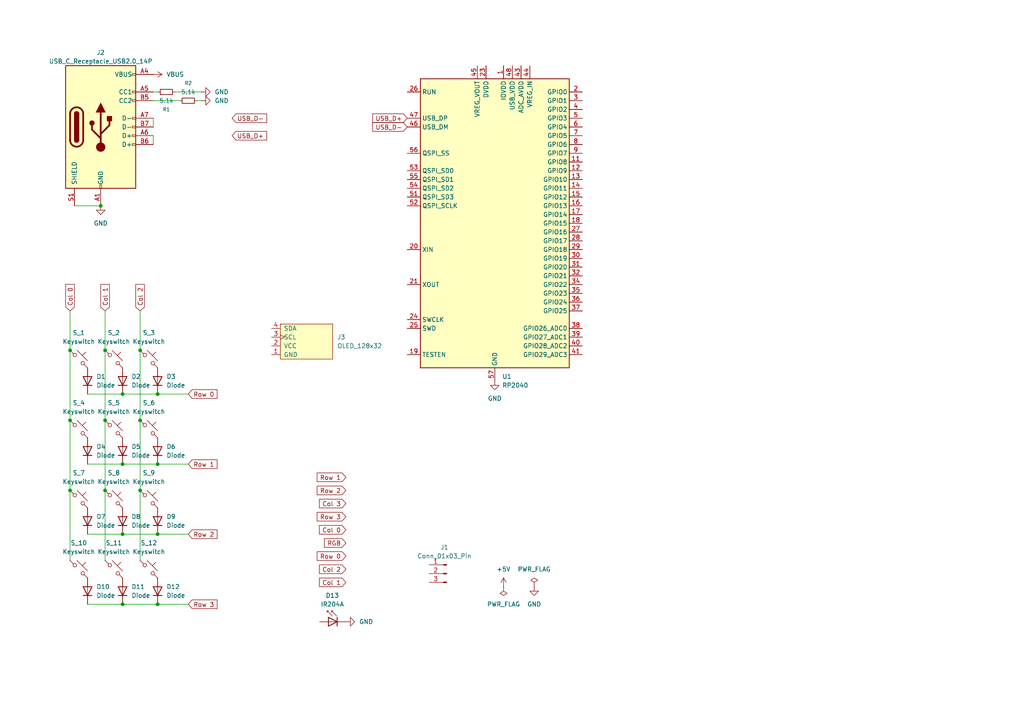
<source format=kicad_sch>
(kicad_sch (version 20250114) (generator "eeschema") (generator_version "9.0")
  (paper "A4")
  (lib_symbols
    (symbol "Connector:Conn_01x03_Pin" (pin_names (offset 1.016) (hide yes))
      (property "Reference" "J" (at 0 5.08 0))
      (property "Value" "Conn_01x03_Pin" (at 0 -5.08 0))
      (symbol "Conn_01x03_Pin_1_1"
        (rectangle (start 0.8636 2.667) (end 0 2.413) (stroke (width 0.1524)) (fill (type outline)))
        (rectangle (start 0.8636 0.127) (end 0 -0.127) (stroke (width 0.1524)) (fill (type outline)))
        (rectangle (start 0.8636 -2.413) (end 0 -2.667) (stroke (width 0.1524)) (fill (type outline)))
        (polyline (pts (xy 1.27 2.54) (xy 0.8636 2.54)) (stroke (width 0.1524)))
        (polyline (pts (xy 1.27 0) (xy 0.8636 0)) (stroke (width 0.1524)))
        (polyline (pts (xy 1.27 -2.54) (xy 0.8636 -2.54)) (stroke (width 0.1524)))
        (pin passive line (at 5.08 2.54 180) (length 3.81) (name "Pin_1") (number "1"))
        (pin passive line (at 5.08 0 180) (length 3.81) (name "Pin_2") (number "2"))
        (pin passive line (at 5.08 -2.54 180) (length 3.81) (name "Pin_3") (number "3"))
      )
    )
    (symbol "Connector:USB_C_Receptacle_USB2.0_14P" (pin_names (offset 1.016))
      (property "Reference" "J" (at 0 22.225 0))
      (property "Value" "USB_C_Receptacle_USB2.0_14P" (at 0 19.685 0))
      (symbol "USB_C_Receptacle_USB2.0_14P_0_0"
        (rectangle (start -0.254 -17.78) (end 0.254 -16.764))
        (rectangle (start 10.16 15.494) (end 9.144 14.986))
        (rectangle (start 10.16 10.414) (end 9.144 9.906))
        (rectangle (start 10.16 7.874) (end 9.144 7.366))
        (rectangle (start 10.16 2.794) (end 9.144 2.286))
        (rectangle (start 10.16 0.254) (end 9.144 -0.254))
        (rectangle (start 10.16 -2.286) (end 9.144 -2.794))
        (rectangle (start 10.16 -4.826) (end 9.144 -5.334))
      )
      (symbol "USB_C_Receptacle_USB2.0_14P_0_1"
        (rectangle (start -10.16 17.78) (end 10.16 -17.78) (stroke (width 0.254)) (fill (type background)))
        (polyline (pts (xy -8.89 -3.81) (xy -8.89 3.81)) (stroke (width 0.508)))
        (rectangle (start -7.62 -3.81) (end -6.35 3.81) (stroke (width 0.254)) (fill (type outline)))
        (arc (start -7.62 3.81) (mid -6.985 4.4423) (end -6.35 3.81) (stroke (width 0.254)))
        (arc (start -7.62 3.81) (mid -6.985 4.4423) (end -6.35 3.81) (stroke (width 0.254)) (fill (type outline)))
        (arc (start -8.89 3.81) (mid -6.985 5.7067) (end -5.08 3.81) (stroke (width 0.508)))
        (arc (start -5.08 -3.81) (mid -6.985 -5.7067) (end -8.89 -3.81) (stroke (width 0.508)))
        (arc (start -6.35 -3.81) (mid -6.985 -4.4423) (end -7.62 -3.81) (stroke (width 0.254)))
        (arc (start -6.35 -3.81) (mid -6.985 -4.4423) (end -7.62 -3.81) (stroke (width 0.254)) (fill (type outline)))
        (polyline (pts (xy -5.08 3.81) (xy -5.08 -3.81)) (stroke (width 0.508)))
        (circle (center -2.54 1.143) (radius 0.635) (stroke (width 0.254)) (fill (type outline)))
        (polyline (pts (xy -1.27 4.318) (xy 0 6.858) (xy 1.27 4.318) (xy -1.27 4.318)) (stroke (width 0.254)) (fill (type outline)))
        (polyline (pts (xy 0 -2.032) (xy 2.54 0.508) (xy 2.54 1.778)) (stroke (width 0.508)))
        (polyline (pts (xy 0 -3.302) (xy -2.54 -0.762) (xy -2.54 0.508)) (stroke (width 0.508)))
        (polyline (pts (xy 0 -5.842) (xy 0 4.318)) (stroke (width 0.508)))
        (circle (center 0 -5.842) (radius 1.27) (fill (type outline)))
        (rectangle (start 1.905 1.778) (end 3.175 3.048) (stroke (width 0.254)) (fill (type outline)))
      )
      (symbol "USB_C_Receptacle_USB2.0_14P_1_1"
        (pin passive line (at -7.62 -22.86 90) (length 5.08) (name "SHIELD") (number "S1"))
        (pin passive line (at 0 -22.86 90) (length 5.08) (name "GND") (number "A1"))
        (pin passive line (at 0 -22.86 90) (length 5.08) (hide yes) (name "GND") (number "A12"))
        (pin passive line (at 0 -22.86 90) (length 5.08) (hide yes) (name "GND") (number "B1"))
        (pin passive line (at 0 -22.86 90) (length 5.08) (hide yes) (name "GND") (number "B12"))
        (pin passive line (at 15.24 15.24 180) (length 5.08) (name "VBUS") (number "A4"))
        (pin passive line (at 15.24 15.24 180) (length 5.08) (hide yes) (name "VBUS") (number "A9"))
        (pin passive line (at 15.24 15.24 180) (length 5.08) (hide yes) (name "VBUS") (number "B4"))
        (pin passive line (at 15.24 15.24 180) (length 5.08) (hide yes) (name "VBUS") (number "B9"))
        (pin bidirectional line (at 15.24 10.16 180) (length 5.08) (name "CC1") (number "A5"))
        (pin bidirectional line (at 15.24 7.62 180) (length 5.08) (name "CC2") (number "B5"))
        (pin bidirectional line (at 15.24 2.54 180) (length 5.08) (name "D-") (number "A7"))
        (pin bidirectional line (at 15.24 0 180) (length 5.08) (name "D-") (number "B7"))
        (pin bidirectional line (at 15.24 -2.54 180) (length 5.08) (name "D+") (number "A6"))
        (pin bidirectional line (at 15.24 -5.08 180) (length 5.08) (name "D+") (number "B6"))
      )
    )
    (symbol "Device:R_Small" (pin_numbers (hide yes)) (pin_names (offset 0.254) (hide yes))
      (property "Reference" "R" (at 0 0 90))
      (property "Value" "R_Small" (at 1.778 0 90))
      (symbol "R_Small_0_1"
        (rectangle (start -0.762 1.778) (end 0.762 -1.778) (stroke (width 0.2032)))
      )
      (symbol "R_Small_1_1"
        (pin passive line (at 0 2.54 270) (length 0.762) (name "~") (number "1"))
        (pin passive line (at 0 -2.54 90) (length 0.762) (name "~") (number "2"))
      )
    )
    (symbol "LED:IR204A" (pin_numbers (hide yes)) (pin_names (offset 1.016) (hide yes))
      (property "Reference" "D" (at 0.508 1.778 0))
      (property "Value" "IR204A" (at -1.016 -2.794 0))
      (symbol "IR204A_0_1"
        (polyline (pts (xy -2.54 1.27) (xy -2.54 -1.27)) (stroke (width 0.254)))
        (polyline (pts (xy -2.413 1.651) (xy -0.889 3.175) (xy -0.889 2.667) (xy -0.889 3.175) (xy -1.397 3.175)))
        (polyline (pts (xy -1.143 1.651) (xy 0.381 3.175) (xy 0.381 2.667)))
        (polyline (pts (xy 0 1.27) (xy -2.54 0) (xy 0 -1.27) (xy 0 1.27)) (stroke (width 0.254)))
        (polyline (pts (xy 0 0) (xy -2.54 0)))
        (polyline (pts (xy 0.381 3.175) (xy -0.127 3.175)))
      )
      (symbol "IR204A_1_1"
        (pin passive line (at -5.08 0 0) (length 2.54) (name "K") (number "1"))
        (pin passive line (at 2.54 0 180) (length 2.54) (name "A") (number "2"))
      )
    )
    (symbol "MCU_RaspberryPi:RP2040"
      (property "Reference" "U" (at 17.78 45.72 0))
      (property "Value" "RP2040" (at 17.78 43.18 0))
      (symbol "RP2040_0_1"
        (rectangle (start -21.59 41.91) (end 21.59 -41.91) (stroke (width 0.254)) (fill (type background)))
      )
      (symbol "RP2040_1_1"
        (pin input line (at -25.4 38.1 0) (length 3.81) (name "RUN") (number "26"))
        (pin bidirectional line (at -25.4 30.48 0) (length 3.81) (name "USB_DP") (number "47"))
        (pin bidirectional line (at -25.4 27.94 0) (length 3.81) (name "USB_DM") (number "46"))
        (pin bidirectional line (at -25.4 20.32 0) (length 3.81) (name "QSPI_SS") (number "56"))
        (pin bidirectional line (at -25.4 15.24 0) (length 3.81) (name "QSPI_SD0") (number "53"))
        (pin bidirectional line (at -25.4 12.7 0) (length 3.81) (name "QSPI_SD1") (number "55"))
        (pin bidirectional line (at -25.4 10.16 0) (length 3.81) (name "QSPI_SD2") (number "54"))
        (pin bidirectional line (at -25.4 7.62 0) (length 3.81) (name "QSPI_SD3") (number "51"))
        (pin output line (at -25.4 5.08 0) (length 3.81) (name "QSPI_SCLK") (number "52"))
        (pin input line (at -25.4 -7.62 0) (length 3.81) (name "XIN") (number "20"))
        (pin passive line (at -25.4 -17.78 0) (length 3.81) (name "XOUT") (number "21"))
        (pin input line (at -25.4 -27.94 0) (length 3.81) (name "SWCLK") (number "24"))
        (pin bidirectional line (at -25.4 -30.48 0) (length 3.81) (name "SWD") (number "25"))
        (pin input line (at -25.4 -38.1 0) (length 3.81) (name "TESTEN") (number "19"))
        (pin power_out line (at -5.08 45.72 270) (length 3.81) (name "VREG_VOUT") (number "45"))
        (pin power_in line (at -2.54 45.72 270) (length 3.81) (name "DVDD") (number "23"))
        (pin passive line (at -2.54 45.72 270) (length 3.81) (hide yes) (name "DVDD") (number "50"))
        (pin power_in line (at 0 -45.72 90) (length 3.81) (name "GND") (number "57"))
        (pin power_in line (at 2.54 45.72 270) (length 3.81) (name "IOVDD") (number "1"))
        (pin passive line (at 2.54 45.72 270) (length 3.81) (hide yes) (name "IOVDD") (number "10"))
        (pin passive line (at 2.54 45.72 270) (length 3.81) (hide yes) (name "IOVDD") (number "22"))
        (pin passive line (at 2.54 45.72 270) (length 3.81) (hide yes) (name "IOVDD") (number "33"))
        (pin passive line (at 2.54 45.72 270) (length 3.81) (hide yes) (name "IOVDD") (number "42"))
        (pin passive line (at 2.54 45.72 270) (length 3.81) (hide yes) (name "IOVDD") (number "49"))
        (pin power_in line (at 5.08 45.72 270) (length 3.81) (name "USB_VDD") (number "48"))
        (pin power_in line (at 7.62 45.72 270) (length 3.81) (name "ADC_AVDD") (number "43"))
        (pin power_in line (at 10.16 45.72 270) (length 3.81) (name "VREG_IN") (number "44"))
        (pin bidirectional line (at 25.4 38.1 180) (length 3.81) (name "GPIO0") (number "2"))
        (pin bidirectional line (at 25.4 35.56 180) (length 3.81) (name "GPIO1") (number "3"))
        (pin bidirectional line (at 25.4 33.02 180) (length 3.81) (name "GPIO2") (number "4"))
        (pin bidirectional line (at 25.4 30.48 180) (length 3.81) (name "GPIO3") (number "5"))
        (pin bidirectional line (at 25.4 27.94 180) (length 3.81) (name "GPIO4") (number "6"))
        (pin bidirectional line (at 25.4 25.4 180) (length 3.81) (name "GPIO5") (number "7"))
        (pin bidirectional line (at 25.4 22.86 180) (length 3.81) (name "GPIO6") (number "8"))
        (pin bidirectional line (at 25.4 20.32 180) (length 3.81) (name "GPIO7") (number "9"))
        (pin bidirectional line (at 25.4 17.78 180) (length 3.81) (name "GPIO8") (number "11"))
        (pin bidirectional line (at 25.4 15.24 180) (length 3.81) (name "GPIO9") (number "12"))
        (pin bidirectional line (at 25.4 12.7 180) (length 3.81) (name "GPIO10") (number "13"))
        (pin bidirectional line (at 25.4 10.16 180) (length 3.81) (name "GPIO11") (number "14"))
        (pin bidirectional line (at 25.4 7.62 180) (length 3.81) (name "GPIO12") (number "15"))
        (pin bidirectional line (at 25.4 5.08 180) (length 3.81) (name "GPIO13") (number "16"))
        (pin bidirectional line (at 25.4 2.54 180) (length 3.81) (name "GPIO14") (number "17"))
        (pin bidirectional line (at 25.4 0 180) (length 3.81) (name "GPIO15") (number "18"))
        (pin bidirectional line (at 25.4 -2.54 180) (length 3.81) (name "GPIO16") (number "27"))
        (pin bidirectional line (at 25.4 -5.08 180) (length 3.81) (name "GPIO17") (number "28"))
        (pin bidirectional line (at 25.4 -7.62 180) (length 3.81) (name "GPIO18") (number "29"))
        (pin bidirectional line (at 25.4 -10.16 180) (length 3.81) (name "GPIO19") (number "30"))
        (pin bidirectional line (at 25.4 -12.7 180) (length 3.81) (name "GPIO20") (number "31"))
        (pin bidirectional line (at 25.4 -15.24 180) (length 3.81) (name "GPIO21") (number "32"))
        (pin bidirectional line (at 25.4 -17.78 180) (length 3.81) (name "GPIO22") (number "34"))
        (pin bidirectional line (at 25.4 -20.32 180) (length 3.81) (name "GPIO23") (number "35"))
        (pin bidirectional line (at 25.4 -22.86 180) (length 3.81) (name "GPIO24") (number "36"))
        (pin bidirectional line (at 25.4 -25.4 180) (length 3.81) (name "GPIO25") (number "37"))
        (pin bidirectional line (at 25.4 -30.48 180) (length 3.81) (name "GPIO26_ADC0") (number "38"))
        (pin bidirectional line (at 25.4 -33.02 180) (length 3.81) (name "GPIO27_ADC1") (number "39"))
        (pin bidirectional line (at 25.4 -35.56 180) (length 3.81) (name "GPIO28_ADC2") (number "40"))
        (pin bidirectional line (at 25.4 -38.1 180) (length 3.81) (name "GPIO29_ADC3") (number "41"))
      )
    )
    (symbol "ScottoKeebs:OLED_128x32" (pin_names (offset 1.016))
      (property "Reference" "J" (at 0 -6.35 0))
      (property "Value" "OLED_128x32" (at 0 6.35 0))
      (symbol "OLED_128x32_0_1"
        (rectangle (start 0 5.08) (end 15.24 -5.08) (fill (type background)))
      )
      (symbol "OLED_128x32_1_1"
        (pin bidirectional line (at -2.54 3.81 0) (length 2.54) (name "SDA") (number "4"))
        (pin input clock (at -2.54 1.27 0) (length 2.54) (name "SCL") (number "3"))
        (pin power_in line (at -2.54 -1.27 0) (length 2.54) (name "VCC") (number "2"))
        (pin power_in line (at -2.54 -3.81 0) (length 2.54) (name "GND") (number "1"))
      )
    )
    (symbol "ScottoKeebs:Placeholder_Diode" (pin_numbers (hide yes)) (pin_names (hide yes))
      (property "Reference" "D" (at 0 2.54 0))
      (property "Value" "Diode" (at 0 -2.54 0))
      (symbol "Placeholder_Diode_0_1"
        (polyline (pts (xy -1.27 1.27) (xy -1.27 -1.27)) (stroke (width 0.254)))
        (polyline (pts (xy 1.27 1.27) (xy 1.27 -1.27) (xy -1.27 0) (xy 1.27 1.27)) (stroke (width 0.254)))
        (polyline (pts (xy 1.27 0) (xy -1.27 0)))
      )
      (symbol "Placeholder_Diode_1_1"
        (pin passive line (at -3.81 0 0) (length 2.54) (name "K") (number "1"))
        (pin passive line (at 3.81 0 180) (length 2.54) (name "A") (number "2"))
      )
    )
    (symbol "ScottoKeebs:Placeholder_Keyswitch" (pin_numbers (hide yes)) (pin_names (offset 1.016) (hide yes))
      (property "Reference" "S" (at 3.048 1.016 0))
      (property "Value" "Keyswitch" (at 0 -3.81 0))
      (symbol "Placeholder_Keyswitch_0_1"
        (polyline (pts (xy -2.54 2.54) (xy -1.524 1.524) (xy -1.524 1.524)))
        (circle (center -1.1684 1.1684) (radius 0.508))
        (polyline (pts (xy -0.508 2.54) (xy 2.54 -0.508)))
        (polyline (pts (xy 1.016 1.016) (xy 2.032 2.032)))
        (circle (center 1.143 -1.1938) (radius 0.508))
        (polyline (pts (xy 1.524 -1.524) (xy 2.54 -2.54) (xy 2.54 -2.54) (xy 2.54 -2.54)))
        (pin passive line (at -2.54 2.54 0) (length 0) (name "1") (number "1"))
        (pin passive line (at 2.54 -2.54 180) (length 0) (name "2") (number "2"))
      )
    )
    (symbol "power:+5V" (power) (pin_numbers (hide yes)) (pin_names (offset 0) (hide yes))
      (property "Value" "+5V" (at 0 3.556 0))
      (symbol "+5V_0_1"
        (polyline (pts (xy -0.762 1.27) (xy 0 2.54)))
        (polyline (pts (xy 0 2.54) (xy 0.762 1.27)))
        (polyline (pts (xy 0 0) (xy 0 2.54)))
      )
      (symbol "+5V_1_1"
        (pin power_in line (at 0 0 90) (length 0) (name "~") (number "1"))
      )
    )
    (symbol "power:GND" (power) (pin_numbers (hide yes)) (pin_names (offset 0) (hide yes))
      (property "Value" "GND" (at 0 -3.81 0))
      (symbol "GND_0_1"
        (polyline (pts (xy 0 0) (xy 0 -1.27) (xy 1.27 -1.27) (xy 0 -2.54) (xy -1.27 -1.27) (xy 0 -1.27)))
      )
      (symbol "GND_1_1"
        (pin power_in line (at 0 0 270) (length 0) (name "~") (number "1"))
      )
    )
    (symbol "power:PWR_FLAG" (power) (pin_numbers (hide yes)) (pin_names (offset 0) (hide yes))
      (property "Value" "PWR_FLAG" (at 0 3.81 0))
      (symbol "PWR_FLAG_0_0"
        (pin power_out line (at 0 0 90) (length 0) (name "~") (number "1"))
      )
      (symbol "PWR_FLAG_0_1"
        (polyline (pts (xy 0 0) (xy 0 1.27) (xy -1.016 1.905) (xy 0 2.54) (xy 1.016 1.905) (xy 0 1.27)))
      )
    )
    (symbol "power:VBUS" (power) (pin_numbers (hide yes)) (pin_names (offset 0) (hide yes))
      (property "Value" "VBUS" (at 0 3.556 0))
      (symbol "VBUS_0_1"
        (polyline (pts (xy -0.762 1.27) (xy 0 2.54)))
        (polyline (pts (xy 0 2.54) (xy 0.762 1.27)))
        (polyline (pts (xy 0 0) (xy 0 2.54)))
      )
      (symbol "VBUS_1_1"
        (pin power_in line (at 0 0 90) (length 0) (name "~") (number "1"))
      )
    )
  )
  (junction (at 20.32 142.24))
  (junction (at 30.48 142.24))
  (junction (at 40.64 121.92))
  (junction (at 30.48 101.6))
  (junction (at 35.56 134.62))
  (junction (at 20.32 101.6))
  (junction (at 40.64 101.6))
  (junction (at 20.32 121.92))
  (junction (at 45.72 134.62))
  (junction (at 35.56 154.94))
  (junction (at 45.72 114.3))
  (junction (at 45.72 175.26))
  (junction (at 29.21 59.69))
  (junction (at 45.72 154.94))
  (junction (at 40.64 142.24))
  (junction (at 35.56 175.26))
  (junction (at 35.56 114.3))
  (junction (at 30.48 121.92))
  (wire (pts (xy 20.32 90.17) (xy 20.32 101.6)))
  (wire (pts (xy 25.4 114.3) (xy 35.56 114.3)))
  (wire (pts (xy 35.56 154.94) (xy 45.72 154.94)))
  (wire (pts (xy 20.32 142.24) (xy 20.32 162.56)))
  (wire (pts (xy 58.42 29.21) (xy 57.15 29.21)))
  (wire (pts (xy 54.61 154.94) (xy 45.72 154.94)))
  (wire (pts (xy 30.48 101.6) (xy 30.48 121.92)))
  (wire (pts (xy 25.4 134.62) (xy 35.56 134.62)))
  (wire (pts (xy 44.45 26.67) (xy 45.72 26.67)))
  (wire (pts (xy 30.48 90.17) (xy 30.48 101.6)))
  (wire (pts (xy 40.64 90.17) (xy 40.64 101.6)))
  (wire (pts (xy 54.61 175.26) (xy 45.72 175.26)))
  (wire (pts (xy 45.72 134.62) (xy 54.61 134.62)))
  (wire (pts (xy 25.4 175.26) (xy 35.56 175.26)))
  (wire (pts (xy 40.64 121.92) (xy 40.64 142.24)))
  (wire (pts (xy 30.48 142.24) (xy 30.48 162.56)))
  (wire (pts (xy 40.64 142.24) (xy 40.64 162.56)))
  (wire (pts (xy 50.8 26.67) (xy 58.42 26.67)))
  (wire (pts (xy 20.32 121.92) (xy 20.32 142.24)))
  (wire (pts (xy 40.64 101.6) (xy 40.64 121.92)))
  (wire (pts (xy 35.56 175.26) (xy 45.72 175.26)))
  (wire (pts (xy 20.32 101.6) (xy 20.32 121.92)))
  (wire (pts (xy 21.59 59.69) (xy 29.21 59.69)))
  (wire (pts (xy 25.4 154.94) (xy 35.56 154.94)))
  (wire (pts (xy 35.56 114.3) (xy 45.72 114.3)))
  (wire (pts (xy 44.45 39.37) (xy 44.45 41.91)))
  (wire (pts (xy 30.48 121.92) (xy 30.48 142.24)))
  (wire (pts (xy 44.45 34.29) (xy 44.45 36.83)))
  (wire (pts (xy 44.45 29.21) (xy 52.07 29.21)))
  (wire (pts (xy 35.56 134.62) (xy 45.72 134.62)))
  (wire (pts (xy 45.72 114.3) (xy 54.61 114.3)))
  (global_label "Row 1" (shape input) (at 100.33 138.43 180) (property "Intersheetrefs" "${INTERSHEET_REFS}" (effects (hide yes))))
  (global_label "Row 3" (shape input) (at 54.61 175.26 0) (property "Intersheetrefs" "${INTERSHEET_REFS}" (effects (hide yes))))
  (global_label "Row 1" (shape input) (at 54.61 134.62 0) (property "Intersheetrefs" "${INTERSHEET_REFS}" (effects (hide yes))))
  (global_label "USB_D+" (shape input) (at 67.31 39.37 0) (property "Intersheetrefs" "${INTERSHEET_REFS}" (effects (hide yes))))
  (global_label "Col 1" (shape input) (at 30.48 90.17 90) (property "Intersheetrefs" "${INTERSHEET_REFS}" (effects (hide yes))))
  (global_label "Col 0" (shape input) (at 20.32 90.17 90) (property "Intersheetrefs" "${INTERSHEET_REFS}" (effects (hide yes))))
  (global_label "Row 0" (shape input) (at 100.33 161.29 180) (property "Intersheetrefs" "${INTERSHEET_REFS}" (effects (hide yes))))
  (global_label "Row 3" (shape input) (at 100.33 149.86 180) (property "Intersheetrefs" "${INTERSHEET_REFS}" (effects (hide yes))))
  (global_label "USB_D+" (shape input) (at 118.11 34.29 180) (property "Intersheetrefs" "${INTERSHEET_REFS}" (effects (hide yes))))
  (global_label "USB_D-" (shape input) (at 67.31 34.29 0) (property "Intersheetrefs" "${INTERSHEET_REFS}" (effects (hide yes))))
  (global_label "Row 2" (shape input) (at 100.33 142.24 180) (property "Intersheetrefs" "${INTERSHEET_REFS}" (effects (hide yes))))
  (global_label "USB_D-" (shape input) (at 118.11 36.83 180) (property "Intersheetrefs" "${INTERSHEET_REFS}" (effects (hide yes))))
  (global_label "RGB" (shape input) (at 100.33 157.48 180) (property "Intersheetrefs" "${INTERSHEET_REFS}" (effects (hide yes))))
  (global_label "Col 0" (shape input) (at 100.33 153.67 180) (property "Intersheetrefs" "${INTERSHEET_REFS}" (effects (hide yes))))
  (global_label "Row 0" (shape input) (at 54.61 114.3 0) (property "Intersheetrefs" "${INTERSHEET_REFS}" (effects (hide yes))))
  (global_label "Col 1" (shape input) (at 100.33 168.91 180) (property "Intersheetrefs" "${INTERSHEET_REFS}" (effects (hide yes))))
  (global_label "Col 2" (shape input) (at 100.33 165.1 180) (property "Intersheetrefs" "${INTERSHEET_REFS}" (effects (hide yes))))
  (global_label "Row 2" (shape input) (at 54.61 154.94 0) (property "Intersheetrefs" "${INTERSHEET_REFS}" (effects (hide yes))))
  (global_label "Col 2" (shape input) (at 40.64 90.17 90) (property "Intersheetrefs" "${INTERSHEET_REFS}" (effects (hide yes))))
  (global_label "Col 3" (shape input) (at 100.33 146.05 180) (property "Intersheetrefs" "${INTERSHEET_REFS}" (effects (hide yes))))
  (symbol (lib_id "power:GND") (at 143.51 110.49 0) (unit 1)
    (property "Reference" "#PWR01" (effects (hide yes)))
    (property "Value" "GND" (at 143.51 115.57 0))
    (property "Description" "Power symbol creates a global label with name \"GND\" , ground" (effects (hide yes)))
  )
  (symbol (lib_id "power:GND") (at 29.21 59.69 0) (unit 1)
    (property "Reference" "#PWR07" (effects (hide yes)))
    (property "Value" "GND" (at 29.21 64.77 0))
    (property "Description" "Power symbol creates a global label with name \"GND\" , ground" (effects (hide yes)))
  )
  (symbol (lib_id "ScottoKeebs:Placeholder_Diode") (at 25.4 130.81 90) (unit 1)
    (property "Reference" "D4" (at 27.94 129.5399 90) (effects (justify right)))
    (property "Value" "Diode" (at 27.94 132.0799 90) (effects (justify right)))
    (property "Footprint" "Diode_THT:D_DO-35_SOD27_P7.62mm_Horizontal" (effects (hide yes)))
    (property "Description" "1N4148 (DO-35) or 1N4148W (SOD-123)" (effects (hide yes)))
    (property "Sim.Device" "D" (effects (hide yes)))
    (property "Sim.Pins" "1=K 2=A" (effects (hide yes)))
  )
  (symbol (lib_id "ScottoKeebs:Placeholder_Keyswitch") (at 22.86 104.14 0) (unit 1)
    (property "Reference" "S_1" (at 22.86 96.52 0))
    (property "Value" "Keyswitch" (at 22.86 99.06 0))
    (property "Footprint" "ScottoKeebs_Choc:Choc_V2_1.00u" (effects (hide yes)))
    (property "Description" "Push button switch, normally open, two pins, 45° tilted" (effects (hide yes)))
  )
  (symbol (lib_id "ScottoKeebs:Placeholder_Keyswitch") (at 22.86 165.1 0) (unit 1)
    (property "Reference" "S_10" (at 22.86 157.48 0))
    (property "Value" "Keyswitch" (at 22.86 160.02 0))
    (property "Footprint" "ScottoKeebs_Choc:Choc_V2_1.00u" (effects (hide yes)))
    (property "Description" "Push button switch, normally open, two pins, 45° tilted" (effects (hide yes)))
  )
  (symbol (lib_id "power:GND") (at 58.42 26.67 90) (unit 1)
    (property "Reference" "#PWR02" (effects (hide yes)))
    (property "Value" "GND" (at 62.23 26.6699 90) (effects (justify right)))
    (property "Description" "Power symbol creates a global label with name \"GND\" , ground" (effects (hide yes)))
  )
  (symbol (lib_id "ScottoKeebs:Placeholder_Keyswitch") (at 43.18 104.14 0) (unit 1)
    (property "Reference" "S_3" (at 43.18 96.52 0))
    (property "Value" "Keyswitch" (at 43.18 99.06 0))
    (property "Footprint" "ScottoKeebs_Choc:Choc_V2_1.00u" (effects (hide yes)))
    (property "Description" "Push button switch, normally open, two pins, 45° tilted" (effects (hide yes)))
  )
  (symbol (lib_id "ScottoKeebs:Placeholder_Diode") (at 35.56 130.81 90) (unit 1)
    (property "Reference" "D5" (at 38.1 129.5399 90) (effects (justify right)))
    (property "Value" "Diode" (at 38.1 132.0799 90) (effects (justify right)))
    (property "Footprint" "Diode_THT:D_DO-35_SOD27_P7.62mm_Horizontal" (effects (hide yes)))
    (property "Description" "1N4148 (DO-35) or 1N4148W (SOD-123)" (effects (hide yes)))
    (property "Sim.Device" "D" (effects (hide yes)))
    (property "Sim.Pins" "1=K 2=A" (effects (hide yes)))
  )
  (symbol (lib_id "ScottoKeebs:Placeholder_Diode") (at 45.72 110.49 90) (unit 1)
    (property "Reference" "D3" (at 48.26 109.2199 90) (effects (justify right)))
    (property "Value" "Diode" (at 48.26 111.7599 90) (effects (justify right)))
    (property "Footprint" "Diode_THT:D_DO-35_SOD27_P7.62mm_Horizontal" (effects (hide yes)))
    (property "Description" "1N4148 (DO-35) or 1N4148W (SOD-123)" (effects (hide yes)))
    (property "Sim.Device" "D" (effects (hide yes)))
    (property "Sim.Pins" "1=K 2=A" (effects (hide yes)))
  )
  (symbol (lib_id "ScottoKeebs:Placeholder_Keyswitch") (at 33.02 104.14 0) (unit 1)
    (property "Reference" "S_2" (at 33.02 96.52 0))
    (property "Value" "Keyswitch" (at 33.02 99.06 0))
    (property "Footprint" "ScottoKeebs_Choc:Choc_V2_1.00u" (effects (hide yes)))
    (property "Description" "Push button switch, normally open, two pins, 45° tilted" (effects (hide yes)))
  )
  (symbol (lib_id "power:+5V") (at 146.05 170.18 0) (unit 1)
    (property "Reference" "#PWR05" (effects (hide yes)))
    (property "Value" "+5V" (at 146.05 165.1 0))
    (property "Description" "Power symbol creates a global label with name \"+5V\"" (effects (hide yes)))
  )
  (symbol (lib_id "ScottoKeebs:Placeholder_Diode") (at 25.4 171.45 90) (unit 1)
    (property "Reference" "D10" (at 27.94 170.1799 90) (effects (justify right)))
    (property "Value" "Diode" (at 27.94 172.7199 90) (effects (justify right)))
    (property "Footprint" "Diode_THT:D_DO-35_SOD27_P7.62mm_Horizontal" (effects (hide yes)))
    (property "Description" "1N4148 (DO-35) or 1N4148W (SOD-123)" (effects (hide yes)))
    (property "Sim.Device" "D" (effects (hide yes)))
    (property "Sim.Pins" "1=K 2=A" (effects (hide yes)))
  )
  (symbol (lib_id "Connector:USB_C_Receptacle_USB2.0_14P") (at 29.21 36.83 0) (unit 1)
    (property "Reference" "J2" (at 29.21 15.24 0))
    (property "Value" "USB_C_Receptacle_USB2.0_14P" (at 29.21 17.78 0))
    (property "Datasheet" "https://www.usb.org/sites/default/files/documents/usb_type-c.zip" (effects (hide yes)))
    (property "Description" "USB 2.0-only 14P Type-C Receptacle connector" (effects (hide yes)))
  )
  (symbol (lib_id "ScottoKeebs:Placeholder_Keyswitch") (at 22.86 124.46 0) (unit 1)
    (property "Reference" "S_4" (at 22.86 116.84 0))
    (property "Value" "Keyswitch" (at 22.86 119.38 0))
    (property "Footprint" "ScottoKeebs_Choc:Choc_V2_1.00u" (effects (hide yes)))
    (property "Description" "Push button switch, normally open, two pins, 45° tilted" (effects (hide yes)))
  )
  (symbol (lib_id "MCU_RaspberryPi:RP2040") (at 143.51 64.77 0) (unit 1)
    (property "Reference" "U1" (at 145.6533 109.22 0) (effects (justify left)))
    (property "Value" "RP2040" (at 145.6533 111.76 0) (effects (justify left)))
    (property "Footprint" "Package_DFN_QFN:QFN-56-1EP_7x7mm_P0.4mm_EP3.2x3.2mm" (effects (hide yes)))
    (property "Datasheet" "https://datasheets.raspberrypi.com/rp2040/rp2040-datasheet.pdf" (effects (hide yes)))
    (property "Description" "A microcontroller by Raspberry Pi" (effects (hide yes)))
  )
  (symbol (lib_id "power:GND") (at 58.42 29.21 90) (unit 1)
    (property "Reference" "#PWR04" (effects (hide yes)))
    (property "Value" "GND" (at 62.23 29.2099 90) (effects (justify right)))
    (property "Description" "Power symbol creates a global label with name \"GND\" , ground" (effects (hide yes)))
  )
  (symbol (lib_id "ScottoKeebs:Placeholder_Diode") (at 25.4 110.49 90) (unit 1)
    (property "Reference" "D1" (at 27.94 109.2199 90) (effects (justify right)))
    (property "Value" "Diode" (at 27.94 111.7599 90) (effects (justify right)))
    (property "Footprint" "Diode_THT:D_DO-35_SOD27_P7.62mm_Horizontal" (effects (hide yes)))
    (property "Description" "1N4148 (DO-35) or 1N4148W (SOD-123)" (effects (hide yes)))
    (property "Sim.Device" "D" (effects (hide yes)))
    (property "Sim.Pins" "1=K 2=A" (effects (hide yes)))
  )
  (symbol (lib_id "ScottoKeebs:Placeholder_Keyswitch") (at 33.02 144.78 0) (unit 1)
    (property "Reference" "S_8" (at 33.02 137.16 0))
    (property "Value" "Keyswitch" (at 33.02 139.7 0))
    (property "Footprint" "ScottoKeebs_Choc:Choc_V2_1.00u" (effects (hide yes)))
    (property "Description" "Push button switch, normally open, two pins, 45° tilted" (effects (hide yes)))
  )
  (symbol (lib_id "ScottoKeebs:Placeholder_Diode") (at 45.72 130.81 90) (unit 1)
    (property "Reference" "D6" (at 48.26 129.5399 90) (effects (justify right)))
    (property "Value" "Diode" (at 48.26 132.0799 90) (effects (justify right)))
    (property "Footprint" "Diode_THT:D_DO-35_SOD27_P7.62mm_Horizontal" (effects (hide yes)))
    (property "Description" "1N4148 (DO-35) or 1N4148W (SOD-123)" (effects (hide yes)))
    (property "Sim.Device" "D" (effects (hide yes)))
    (property "Sim.Pins" "1=K 2=A" (effects (hide yes)))
  )
  (symbol (lib_id "Device:R_Small") (at 54.61 29.21 270) (mirror x) (unit 1)
    (property "Reference" "R2" (at 54.61 24.13 90) (effects (font (size 1.016 1.016))))
    (property "Value" "5.1k" (at 54.61 26.67 90))
    (property "Description" "Resistor, small symbol" (effects (hide yes)))
  )
  (symbol (lib_id "Connector:Conn_01x03_Pin") (at 129.54 166.37 0) (mirror y) (unit 1)
    (property "Reference" "J1" (at 128.905 158.75 0))
    (property "Value" "Conn_01x03_Pin" (at 128.905 161.29 0))
    (property "Footprint" "Connector_PinHeader_1.00mm:PinHeader_1x03_P1.00mm_Horizontal" (effects (hide yes)))
    (property "Description" "Generic connector, single row, 01x03, script generated" (effects (hide yes)))
  )
  (symbol (lib_id "ScottoKeebs:Placeholder_Keyswitch") (at 43.18 165.1 0) (unit 1)
    (property "Reference" "S_12" (at 43.18 157.48 0))
    (property "Value" "Keyswitch" (at 43.18 160.02 0))
    (property "Footprint" "ScottoKeebs_Choc:Choc_V2_1.00u" (effects (hide yes)))
    (property "Description" "Push button switch, normally open, two pins, 45° tilted" (effects (hide yes)))
  )
  (symbol (lib_id "ScottoKeebs:Placeholder_Keyswitch") (at 22.86 144.78 0) (unit 1)
    (property "Reference" "S_7" (at 22.86 137.16 0))
    (property "Value" "Keyswitch" (at 22.86 139.7 0))
    (property "Footprint" "ScottoKeebs_Choc:Choc_V2_1.00u" (effects (hide yes)))
    (property "Description" "Push button switch, normally open, two pins, 45° tilted" (effects (hide yes)))
  )
  (symbol (lib_id "power:PWR_FLAG") (at 146.05 170.18 180) (unit 1)
    (property "Reference" "#FLG02" (effects (hide yes)))
    (property "Value" "PWR_FLAG" (at 146.05 175.26 0))
    (property "Description" "Special symbol for telling ERC where power comes from" (effects (hide yes)))
  )
  (symbol (lib_id "ScottoKeebs:Placeholder_Diode") (at 35.56 151.13 90) (unit 1)
    (property "Reference" "D8" (at 38.1 149.8599 90) (effects (justify right)))
    (property "Value" "Diode" (at 38.1 152.3999 90) (effects (justify right)))
    (property "Footprint" "Diode_THT:D_DO-35_SOD27_P7.62mm_Horizontal" (effects (hide yes)))
    (property "Description" "1N4148 (DO-35) or 1N4148W (SOD-123)" (effects (hide yes)))
    (property "Sim.Device" "D" (effects (hide yes)))
    (property "Sim.Pins" "1=K 2=A" (effects (hide yes)))
  )
  (symbol (lib_id "power:GND") (at 154.94 170.18 0) (unit 1)
    (property "Reference" "#PWR010" (effects (hide yes)))
    (property "Value" "GND" (at 154.94 175.26 0))
    (property "Description" "Power symbol creates a global label with name \"GND\" , ground" (effects (hide yes)))
  )
  (symbol (lib_id "power:PWR_FLAG") (at 154.94 170.18 0) (unit 1)
    (property "Reference" "#FLG01" (effects (hide yes)))
    (property "Value" "PWR_FLAG" (at 154.94 165.1 0))
    (property "Description" "Special symbol for telling ERC where power comes from" (effects (hide yes)))
  )
  (symbol (lib_id "power:VBUS") (at 44.45 21.59 270) (unit 1)
    (property "Reference" "#PWR06" (effects (hide yes)))
    (property "Value" "VBUS" (at 48.26 21.5899 90) (effects (justify left)))
    (property "Description" "Power symbol creates a global label with name \"VBUS\"" (effects (hide yes)))
  )
  (symbol (lib_id "ScottoKeebs:Placeholder_Diode") (at 35.56 171.45 90) (unit 1)
    (property "Reference" "D11" (at 38.1 170.1799 90) (effects (justify right)))
    (property "Value" "Diode" (at 38.1 172.7199 90) (effects (justify right)))
    (property "Footprint" "Diode_THT:D_DO-35_SOD27_P7.62mm_Horizontal" (effects (hide yes)))
    (property "Description" "1N4148 (DO-35) or 1N4148W (SOD-123)" (effects (hide yes)))
    (property "Sim.Device" "D" (effects (hide yes)))
    (property "Sim.Pins" "1=K 2=A" (effects (hide yes)))
  )
  (symbol (lib_id "LED:IR204A") (at 95.25 180.34 0) (mirror y) (unit 1)
    (property "Reference" "D13" (at 96.393 172.72 0))
    (property "Value" "IR204A" (at 96.393 175.26 0))
    (property "Footprint" "LED_THT:LED_D3.0mm_IRBlack" (effects (hide yes)))
    (property "Datasheet" "http://www.everlight.com/file/ProductFile/IR204-A.pdf" (effects (hide yes)))
    (property "Description" "Infrared LED , 3mm LED package" (effects (hide yes)))
  )
  (symbol (lib_id "ScottoKeebs:Placeholder_Keyswitch") (at 43.18 144.78 0) (unit 1)
    (property "Reference" "S_9" (at 43.18 137.16 0))
    (property "Value" "Keyswitch" (at 43.18 139.7 0))
    (property "Footprint" "ScottoKeebs_Choc:Choc_V2_1.00u" (effects (hide yes)))
    (property "Description" "Push button switch, normally open, two pins, 45° tilted" (effects (hide yes)))
  )
  (symbol (lib_id "ScottoKeebs:Placeholder_Keyswitch") (at 43.18 124.46 0) (unit 1)
    (property "Reference" "S_6" (at 43.18 116.84 0))
    (property "Value" "Keyswitch" (at 43.18 119.38 0))
    (property "Footprint" "ScottoKeebs_Choc:Choc_V2_1.00u" (effects (hide yes)))
    (property "Description" "Push button switch, normally open, two pins, 45° tilted" (effects (hide yes)))
  )
  (symbol (lib_id "power:GND") (at 100.33 180.34 90) (mirror x) (unit 1)
    (property "Reference" "#PWR03" (effects (hide yes)))
    (property "Value" "GND" (at 104.14 180.3399 90) (effects (justify right)))
    (property "Description" "Power symbol creates a global label with name \"GND\" , ground" (effects (hide yes)))
  )
  (symbol (lib_id "ScottoKeebs:OLED_128x32") (at 81.28 99.06 0) (unit 1)
    (property "Reference" "J3" (at 97.79 97.7899 0) (effects (justify left)))
    (property "Value" "OLED_128x32" (at 97.79 100.3299 0) (effects (justify left)))
    (property "Footprint" "ScottoKeebs_Components:OLED_128x32" (effects (hide yes)))
  )
  (symbol (lib_id "Device:R_Small") (at 48.26 26.67 270) (unit 1)
    (property "Reference" "R1" (at 48.26 31.75 90) (effects (font (size 1.016 1.016))))
    (property "Value" "5.1k" (at 48.26 29.21 90))
    (property "Description" "Resistor, small symbol" (effects (hide yes)))
  )
  (symbol (lib_id "ScottoKeebs:Placeholder_Diode") (at 35.56 110.49 90) (unit 1)
    (property "Reference" "D2" (at 38.1 109.2199 90) (effects (justify right)))
    (property "Value" "Diode" (at 38.1 111.7599 90) (effects (justify right)))
    (property "Footprint" "Diode_THT:D_DO-35_SOD27_P7.62mm_Horizontal" (effects (hide yes)))
    (property "Description" "1N4148 (DO-35) or 1N4148W (SOD-123)" (effects (hide yes)))
    (property "Sim.Device" "D" (effects (hide yes)))
    (property "Sim.Pins" "1=K 2=A" (effects (hide yes)))
  )
  (symbol (lib_id "ScottoKeebs:Placeholder_Diode") (at 45.72 171.45 90) (unit 1)
    (property "Reference" "D12" (at 48.26 170.1799 90) (effects (justify right)))
    (property "Value" "Diode" (at 48.26 172.7199 90) (effects (justify right)))
    (property "Footprint" "Diode_THT:D_DO-35_SOD27_P7.62mm_Horizontal" (effects (hide yes)))
    (property "Description" "1N4148 (DO-35) or 1N4148W (SOD-123)" (effects (hide yes)))
    (property "Sim.Device" "D" (effects (hide yes)))
    (property "Sim.Pins" "1=K 2=A" (effects (hide yes)))
  )
  (symbol (lib_id "ScottoKeebs:Placeholder_Diode") (at 25.4 151.13 90) (unit 1)
    (property "Reference" "D7" (at 27.94 149.8599 90) (effects (justify right)))
    (property "Value" "Diode" (at 27.94 152.3999 90) (effects (justify right)))
    (property "Footprint" "Diode_THT:D_DO-35_SOD27_P7.62mm_Horizontal" (effects (hide yes)))
    (property "Description" "1N4148 (DO-35) or 1N4148W (SOD-123)" (effects (hide yes)))
    (property "Sim.Device" "D" (effects (hide yes)))
    (property "Sim.Pins" "1=K 2=A" (effects (hide yes)))
  )
  (symbol (lib_id "ScottoKeebs:Placeholder_Diode") (at 45.72 151.13 90) (unit 1)
    (property "Reference" "D9" (at 48.26 149.8599 90) (effects (justify right)))
    (property "Value" "Diode" (at 48.26 152.3999 90) (effects (justify right)))
    (property "Footprint" "Diode_THT:D_DO-35_SOD27_P7.62mm_Horizontal" (effects (hide yes)))
    (property "Description" "1N4148 (DO-35) or 1N4148W (SOD-123)" (effects (hide yes)))
    (property "Sim.Device" "D" (effects (hide yes)))
    (property "Sim.Pins" "1=K 2=A" (effects (hide yes)))
  )
  (symbol (lib_id "ScottoKeebs:Placeholder_Keyswitch") (at 33.02 165.1 0) (unit 1)
    (property "Reference" "S_11" (at 33.02 157.48 0))
    (property "Value" "Keyswitch" (at 33.02 160.02 0))
    (property "Footprint" "ScottoKeebs_Choc:Choc_V2_1.00u" (effects (hide yes)))
    (property "Description" "Push button switch, normally open, two pins, 45° tilted" (effects (hide yes)))
  )
  (symbol (lib_id "ScottoKeebs:Placeholder_Keyswitch") (at 33.02 124.46 0) (unit 1)
    (property "Reference" "S_5" (at 33.02 116.84 0))
    (property "Value" "Keyswitch" (at 33.02 119.38 0))
    (property "Footprint" "ScottoKeebs_Choc:Choc_V2_1.00u" (effects (hide yes)))
    (property "Description" "Push button switch, normally open, two pins, 45° tilted" (effects (hide yes)))
  )
)
</source>
